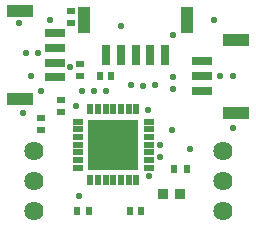
<source format=gbs>
%FSAX24Y24*%
%MOIN*%
G70*
G01*
G75*
G04 Layer_Color=16711935*
%ADD10R,0.0866X0.0394*%
%ADD11R,0.0669X0.0236*%
%ADD12R,0.0236X0.0197*%
%ADD13R,0.0630X0.0551*%
%ADD14R,0.0169X0.0433*%
%ADD15R,0.0197X0.0217*%
%ADD16R,0.0354X0.0472*%
%ADD17R,0.0787X0.0236*%
%ADD18C,0.0080*%
%ADD19C,0.0400*%
%ADD20C,0.0160*%
%ADD21C,0.0598*%
%ADD22C,0.0181*%
%ADD23R,0.0236X0.0669*%
%ADD24R,0.0394X0.0866*%
%ADD25R,0.0217X0.0197*%
%ADD26R,0.0197X0.0236*%
%ADD27R,0.0315X0.0295*%
%ADD28R,0.1654X0.1654*%
%ADD29R,0.0335X0.0157*%
%ADD30R,0.0157X0.0335*%
%ADD31C,0.0100*%
%ADD32C,0.0138*%
%ADD33C,0.0098*%
%ADD34C,0.0051*%
%ADD35C,0.0079*%
%ADD36C,0.0050*%
%ADD37R,0.0908X0.0436*%
%ADD38R,0.0711X0.0278*%
%ADD39R,0.0278X0.0239*%
%ADD40R,0.0709X0.0630*%
%ADD41R,0.0209X0.0472*%
%ADD42R,0.0239X0.0259*%
%ADD43R,0.0396X0.0514*%
%ADD44R,0.0829X0.0278*%
%ADD45C,0.0640*%
%ADD46R,0.0278X0.0711*%
%ADD47R,0.0436X0.0908*%
%ADD48R,0.0259X0.0239*%
%ADD49R,0.0239X0.0278*%
%ADD50R,0.0357X0.0337*%
%ADD51R,0.1696X0.1696*%
%ADD52R,0.0377X0.0199*%
%ADD53R,0.0199X0.0377*%
%ADD54C,0.0223*%
D37*
X010639Y014222D02*
D03*
Y017155D02*
D03*
X017861Y013772D02*
D03*
Y016213D02*
D03*
D38*
X011800Y014950D02*
D03*
Y015934D02*
D03*
Y015442D02*
D03*
Y016426D02*
D03*
X016700Y014992D02*
D03*
Y014500D02*
D03*
Y015484D02*
D03*
D39*
X012359Y017168D02*
D03*
Y016774D02*
D03*
X012000Y013803D02*
D03*
Y014197D02*
D03*
D42*
X016207Y011900D02*
D03*
X015793D02*
D03*
D45*
X011100Y010500D02*
D03*
Y011500D02*
D03*
Y012500D02*
D03*
X017400Y010500D02*
D03*
Y011500D02*
D03*
Y012500D02*
D03*
D46*
X014996Y015710D02*
D03*
X014012D02*
D03*
X014504D02*
D03*
X013520D02*
D03*
X015489D02*
D03*
D47*
X012792Y016871D02*
D03*
X016217D02*
D03*
D48*
X012650Y015407D02*
D03*
Y014993D02*
D03*
X011350Y013193D02*
D03*
Y013607D02*
D03*
D49*
X014303Y010500D02*
D03*
X014697D02*
D03*
X013697Y015000D02*
D03*
X013303D02*
D03*
X012553Y010500D02*
D03*
X012947D02*
D03*
D50*
X015995Y011050D02*
D03*
X015405D02*
D03*
D51*
X013758Y012709D02*
D03*
D52*
X012577Y013477D02*
D03*
Y013221D02*
D03*
Y012965D02*
D03*
Y012709D02*
D03*
Y012453D02*
D03*
Y012197D02*
D03*
Y011941D02*
D03*
X014939Y013477D02*
D03*
Y013221D02*
D03*
Y012965D02*
D03*
Y012709D02*
D03*
Y012453D02*
D03*
Y012197D02*
D03*
Y011941D02*
D03*
D53*
X014525Y013890D02*
D03*
X014270D02*
D03*
X014014D02*
D03*
X013758D02*
D03*
X013502D02*
D03*
X013246D02*
D03*
X012990D02*
D03*
Y011528D02*
D03*
X013246D02*
D03*
X013502D02*
D03*
X013758D02*
D03*
X014014D02*
D03*
X014270D02*
D03*
X014525D02*
D03*
D54*
X011350Y014500D02*
D03*
X014000Y016650D02*
D03*
X017750Y015000D02*
D03*
X015750Y014950D02*
D03*
X014950Y011650D02*
D03*
X017100Y016850D02*
D03*
X011000Y015000D02*
D03*
X010600Y016750D02*
D03*
X017300Y015000D02*
D03*
X012600Y011000D02*
D03*
X014350Y014700D02*
D03*
X012500Y014000D02*
D03*
X010750Y013750D02*
D03*
X017750Y013250D02*
D03*
X016300Y012550D02*
D03*
X010850Y015750D02*
D03*
X011250D02*
D03*
X012700Y014500D02*
D03*
X015750Y016350D02*
D03*
X015300Y012300D02*
D03*
X013100Y014500D02*
D03*
X015750Y014550D02*
D03*
X013500Y014500D02*
D03*
X014750Y014650D02*
D03*
X014900Y013850D02*
D03*
X015150Y014700D02*
D03*
X015700Y013200D02*
D03*
X015300Y012700D02*
D03*
X012300Y015300D02*
D03*
X011650Y016850D02*
D03*
M02*

</source>
